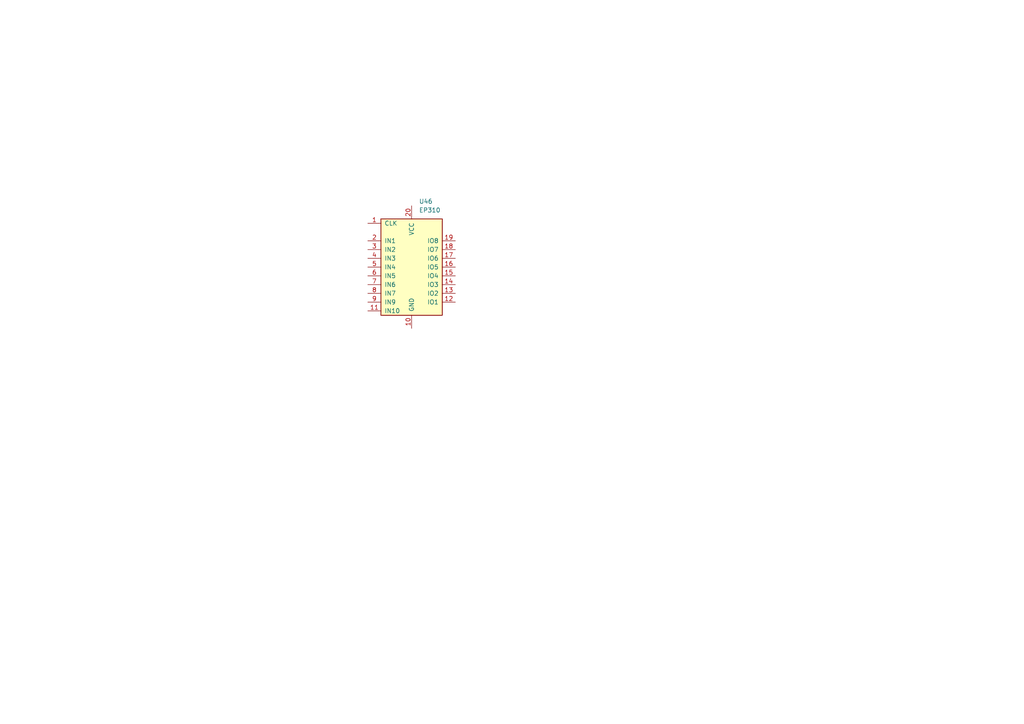
<source format=kicad_sch>
(kicad_sch (version 20250114) (generator "eeschema") (generator_version "9.0")
  (paper "A4")
  (lib_symbols
    (symbol "CPLD_Altera:EP310" (pin_names (offset 1.016))
      (property "Reference" "U" (at -2.54 17.145 0))
      (property "Value" "EP310" (at -2.54 15.24 0))
      (symbol "EP310_0_1"
        (rectangle (start -8.89 -13.97) (end 8.89 13.97) (stroke (width 0.254)) (fill (type background)))
      )
      (symbol "EP310_1_1"
        (pin input line (at -12.7 12.7 0) (length 3.81) (name "CLK") (number "1"))
        (pin input line (at -12.7 7.62 0) (length 3.81) (name "IN1") (number "2"))
        (pin input line (at -12.7 5.08 0) (length 3.81) (name "IN2") (number "3"))
        (pin input line (at -12.7 2.54 0) (length 3.81) (name "IN3") (number "4"))
        (pin input line (at -12.7 0 0) (length 3.81) (name "IN4") (number "5"))
        (pin input line (at -12.7 -2.54 0) (length 3.81) (name "IN5") (number "6"))
        (pin input line (at -12.7 -5.08 0) (length 3.81) (name "IN6") (number "7"))
        (pin input line (at -12.7 -7.62 0) (length 3.81) (name "IN7") (number "8"))
        (pin input line (at -12.7 -10.16 0) (length 3.81) (name "IN9") (number "9"))
        (pin input line (at -12.7 -12.7 0) (length 3.81) (name "IN10") (number "11"))
        (pin power_in line (at 0 17.78 270) (length 3.81) (name "VCC") (number "20"))
        (pin power_in line (at 0 -17.78 90) (length 3.81) (name "GND") (number "10"))
        (pin input line (at 12.7 7.62 180) (length 3.81) (name "IO8") (number "19"))
        (pin input line (at 12.7 5.08 180) (length 3.81) (name "IO7") (number "18"))
        (pin input line (at 12.7 2.54 180) (length 3.81) (name "IO6") (number "17"))
        (pin input line (at 12.7 0 180) (length 3.81) (name "IO5") (number "16"))
        (pin input line (at 12.7 -2.54 180) (length 3.81) (name "IO4") (number "15"))
        (pin input line (at 12.7 -5.08 180) (length 3.81) (name "IO3") (number "14"))
        (pin input line (at 12.7 -7.62 180) (length 3.81) (name "IO2") (number "13"))
        (pin input line (at 12.7 -10.16 180) (length 3.81) (name "IO1") (number "12"))
      )
    )
  )
  (symbol (lib_id "CPLD_Altera:EP310") (at 119.38 77.47 0) (unit 1)
    (property "Reference" "U46" (at 121.5233 58.42 0) (effects (justify left)))
    (property "Value" "EP310" (at 121.5233 60.96 0) (effects (justify left)))
    (property "Footprint" "Package_DIP:DIP-20_W7.62mm" (effects (hide yes)))
    (property "Datasheet" "https://www.usbid.com/assets/datasheets/A6/ep310%20-%20epld%20-%20altera.pdf" (effects (hide yes)))
    (property "Description" "EPLD, 8 Macrocell, DIP-20" (effects (hide yes)))
  )
)
</source>
